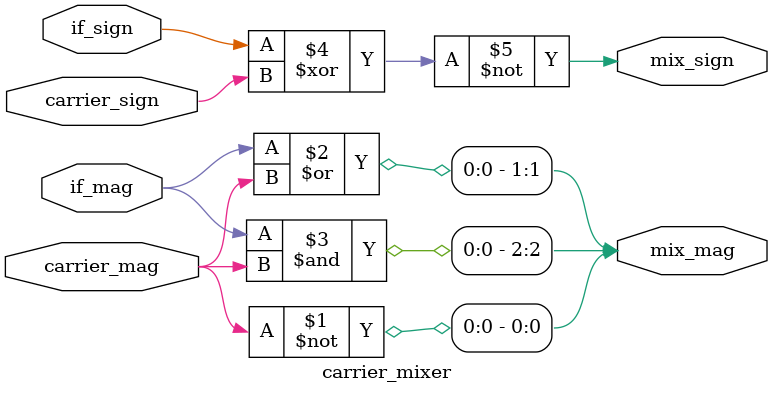
<source format=sv>

/*
  The IF raw data and carrier are two-bit quantities.
  Each has a sign bit and a magnitude bit.
  - IF_mag represents values {1, 3}
  - carrier_mag represents values {1, 2}

  mix_mag is three bits representing the values {1, 2, 3, 6}
  mix_sign is 0 for negative, 1 for positive.

  Truth table (magnitude):

    if_mag      | 0 0 1 1 |
    carrier_mag | 0 1 0 1 |
    output bits:
      mix_mag[0]| 1 0 1 0 | = ~carrier_mag
      mix_mag[1]| 0 1 1 1 | = if_mag | carrier_mag
      mix_mag[2]| 0 0 0 1 | = if_mag & carrier_mag
    ------------|---------|
      value     | 1 2 3 6 |

  Truth table (sign):
    if_sign      | 0 0 1 1 |  (0 = -ve, 1 = +ve)
    carrier_sign | 0 1 0 1 |
    mix_sign     | 1 0 0 1 |  = ~(if_sign ^ carrier_sign)
*/

/*
  Copyright (C) 2007  Peter Mumford

  This library is free software; you can redistribute it and/or
  modify it under the terms of the GNU Lesser General Public
  License as published by the Free Software Foundation; either
  version 2.1 of the License, or (at your option) any later version.

  This library is distributed in the hope that it will be useful,
  but WITHOUT ANY WARRANTY; without even the implied warranty of
  MERCHANTABILITY or FITNESS FOR A PARTICULAR PURPOSE.  See the GNU
  Lesser General Public License for more details.

  You should have received a copy of the GNU Lesser General Public
  License along with this library; if not, write to the Free Software
  Foundation, Inc., 51 Franklin Street, Fifth Floor, Boston, MA  02110-1301  USA
*/

module carrier_mixer (
  input  logic       if_sign,
  input  logic       if_mag,
  input  logic       carrier_sign,
  input  logic       carrier_mag,
  output logic       mix_sign,
  output logic [2:0] mix_mag
);

  // Combinational mapping from the truth table
  assign mix_mag[0] = ~carrier_mag;
  assign mix_mag[1] =  if_mag | carrier_mag;
  assign mix_mag[2] =  if_mag & carrier_mag;

  // 1 = positive, 0 = negative
  assign mix_sign = ~(if_sign ^ carrier_sign);

endmodule

</source>
